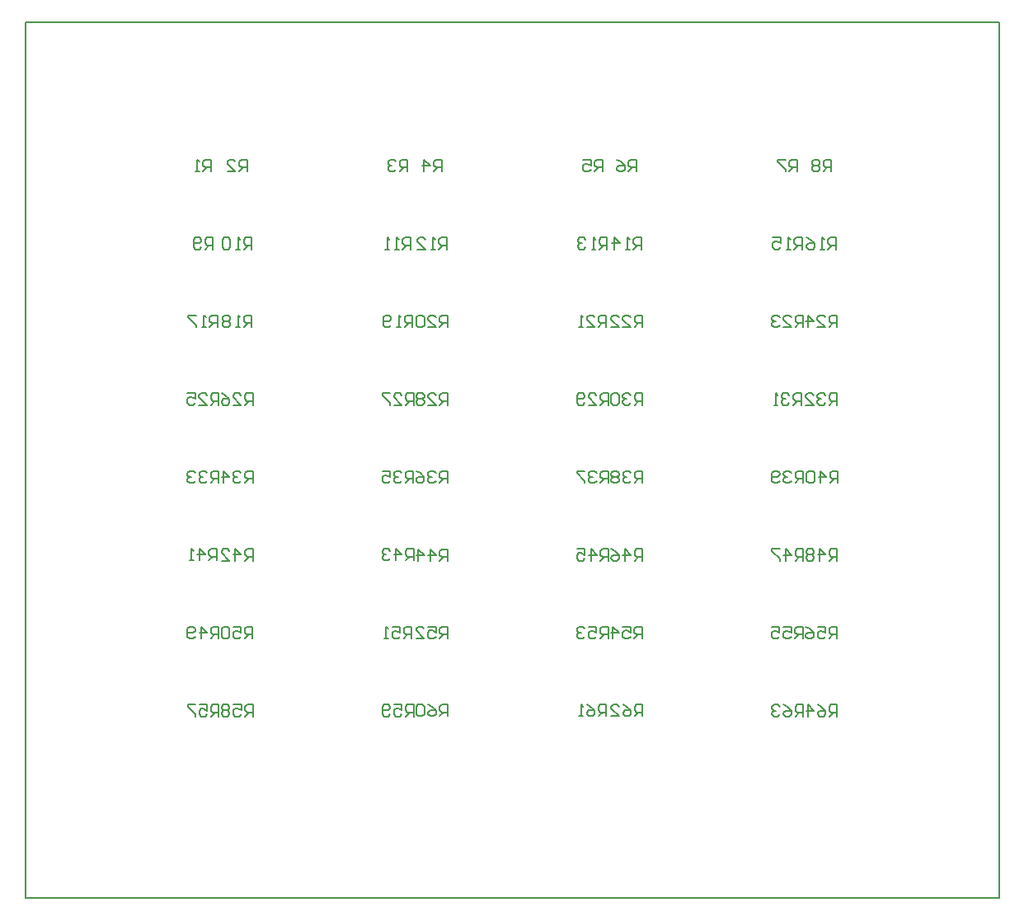
<source format=gbo>
G04 Layer_Color=32896*
%FSLAX25Y25*%
%MOIN*%
G70*
G01*
G75*
%ADD11C,0.00787*%
D11*
X328193Y-103637D02*
Y-98914D01*
X325832D01*
X325045Y-99702D01*
Y-101276D01*
X325832Y-102063D01*
X328193D01*
X326619D02*
X325045Y-103637D01*
X320322Y-98914D02*
X321896Y-99702D01*
X323471Y-101276D01*
Y-102850D01*
X322683Y-103637D01*
X321109D01*
X320322Y-102850D01*
Y-102063D01*
X321109Y-101276D01*
X323471D01*
X316386Y-103637D02*
Y-98914D01*
X318748Y-101276D01*
X315599D01*
X314414Y-103659D02*
Y-98936D01*
X312052D01*
X311265Y-99724D01*
Y-101298D01*
X312052Y-102085D01*
X314414D01*
X312840D02*
X311265Y-103659D01*
X306542Y-98936D02*
X308117Y-99724D01*
X309691Y-101298D01*
Y-102872D01*
X308904Y-103659D01*
X307330D01*
X306542Y-102872D01*
Y-102085D01*
X307330Y-101298D01*
X309691D01*
X304968Y-99724D02*
X304181Y-98936D01*
X302607D01*
X301820Y-99724D01*
Y-100511D01*
X302607Y-101298D01*
X303394D01*
X302607D01*
X301820Y-102085D01*
Y-102872D01*
X302607Y-103659D01*
X304181D01*
X304968Y-102872D01*
X249453Y-103582D02*
Y-98859D01*
X247092D01*
X246305Y-99646D01*
Y-101220D01*
X247092Y-102007D01*
X249453D01*
X247879D02*
X246305Y-103582D01*
X241582Y-98859D02*
X243156Y-99646D01*
X244730Y-101220D01*
Y-102794D01*
X243943Y-103582D01*
X242369D01*
X241582Y-102794D01*
Y-102007D01*
X242369Y-101220D01*
X244730D01*
X236859Y-103582D02*
X240007D01*
X236859Y-100433D01*
Y-99646D01*
X237646Y-98859D01*
X239220D01*
X240007Y-99646D01*
X234823Y-103576D02*
Y-98853D01*
X232461D01*
X231674Y-99641D01*
Y-101215D01*
X232461Y-102002D01*
X234823D01*
X233248D02*
X231674Y-103576D01*
X226951Y-98853D02*
X228526Y-99641D01*
X230100Y-101215D01*
Y-102789D01*
X229313Y-103576D01*
X227738D01*
X226951Y-102789D01*
Y-102002D01*
X227738Y-101215D01*
X230100D01*
X225377Y-103576D02*
X223803D01*
X224590D01*
Y-98853D01*
X225377Y-99641D01*
X170713Y-103589D02*
Y-98866D01*
X168352D01*
X167564Y-99653D01*
Y-101227D01*
X168352Y-102014D01*
X170713D01*
X169139D02*
X167564Y-103589D01*
X162842Y-98866D02*
X164416Y-99653D01*
X165990Y-101227D01*
Y-102801D01*
X165203Y-103589D01*
X163629D01*
X162842Y-102801D01*
Y-102014D01*
X163629Y-101227D01*
X165990D01*
X161267Y-99653D02*
X160480Y-98866D01*
X158906D01*
X158119Y-99653D01*
Y-102801D01*
X158906Y-103589D01*
X160480D01*
X161267Y-102801D01*
Y-99653D01*
X156934Y-103611D02*
Y-98888D01*
X154572D01*
X153785Y-99675D01*
Y-101249D01*
X154572Y-102036D01*
X156934D01*
X155359D02*
X153785Y-103611D01*
X149062Y-98888D02*
X152211D01*
Y-101249D01*
X150636Y-100462D01*
X149849D01*
X149062Y-101249D01*
Y-102823D01*
X149849Y-103611D01*
X151424D01*
X152211Y-102823D01*
X147488D02*
X146701Y-103611D01*
X145126D01*
X144339Y-102823D01*
Y-99675D01*
X145126Y-98888D01*
X146701D01*
X147488Y-99675D01*
Y-100462D01*
X146701Y-101249D01*
X144339D01*
X91973Y-103633D02*
Y-98910D01*
X89612D01*
X88824Y-99697D01*
Y-101271D01*
X89612Y-102058D01*
X91973D01*
X90399D02*
X88824Y-103633D01*
X84101Y-98910D02*
X87250D01*
Y-101271D01*
X85676Y-100484D01*
X84889D01*
X84101Y-101271D01*
Y-102846D01*
X84889Y-103633D01*
X86463D01*
X87250Y-102846D01*
X82527Y-99697D02*
X81740Y-98910D01*
X80166D01*
X79379Y-99697D01*
Y-100484D01*
X80166Y-101271D01*
X79379Y-102058D01*
Y-102846D01*
X80166Y-103633D01*
X81740D01*
X82527Y-102846D01*
Y-102058D01*
X81740Y-101271D01*
X82527Y-100484D01*
Y-99697D01*
X81740Y-101271D02*
X80166D01*
X78193Y-103655D02*
Y-98932D01*
X75832D01*
X75045Y-99719D01*
Y-101293D01*
X75832Y-102080D01*
X78193D01*
X76619D02*
X75045Y-103655D01*
X70322Y-98932D02*
X73471D01*
Y-101293D01*
X71896Y-100506D01*
X71109D01*
X70322Y-101293D01*
Y-102868D01*
X71109Y-103655D01*
X72683D01*
X73471Y-102868D01*
X68748Y-98932D02*
X65599D01*
Y-99719D01*
X68748Y-102868D01*
Y-103655D01*
X328120Y-72125D02*
Y-67402D01*
X325759D01*
X324972Y-68190D01*
Y-69764D01*
X325759Y-70551D01*
X328120D01*
X326546D02*
X324972Y-72125D01*
X320249Y-67402D02*
X323397D01*
Y-69764D01*
X321823Y-68977D01*
X321036D01*
X320249Y-69764D01*
Y-71338D01*
X321036Y-72125D01*
X322610D01*
X323397Y-71338D01*
X315526Y-67402D02*
X317100Y-68190D01*
X318674Y-69764D01*
Y-71338D01*
X317887Y-72125D01*
X316313D01*
X315526Y-71338D01*
Y-70551D01*
X316313Y-69764D01*
X318674D01*
X314341Y-72148D02*
Y-67425D01*
X311979D01*
X311192Y-68212D01*
Y-69786D01*
X311979Y-70573D01*
X314341D01*
X312766D02*
X311192Y-72148D01*
X306469Y-67425D02*
X309618D01*
Y-69786D01*
X308044Y-68999D01*
X307256D01*
X306469Y-69786D01*
Y-71360D01*
X307256Y-72148D01*
X308831D01*
X309618Y-71360D01*
X301746Y-67425D02*
X304895D01*
Y-69786D01*
X303321Y-68999D01*
X302534D01*
X301746Y-69786D01*
Y-71360D01*
X302534Y-72148D01*
X304108D01*
X304895Y-71360D01*
X249380Y-72070D02*
Y-67347D01*
X247019D01*
X246232Y-68134D01*
Y-69708D01*
X247019Y-70495D01*
X249380D01*
X247806D02*
X246232Y-72070D01*
X241509Y-67347D02*
X244657D01*
Y-69708D01*
X243083Y-68921D01*
X242296D01*
X241509Y-69708D01*
Y-71282D01*
X242296Y-72070D01*
X243870D01*
X244657Y-71282D01*
X237573Y-72070D02*
Y-67347D01*
X239934Y-69708D01*
X236786D01*
X235600Y-72092D02*
Y-67369D01*
X233239D01*
X232452Y-68156D01*
Y-69730D01*
X233239Y-70517D01*
X235600D01*
X234026D02*
X232452Y-72092D01*
X227729Y-67369D02*
X230878D01*
Y-69730D01*
X229303Y-68943D01*
X228516D01*
X227729Y-69730D01*
Y-71304D01*
X228516Y-72092D01*
X230090D01*
X230878Y-71304D01*
X226155Y-68156D02*
X225368Y-67369D01*
X223793D01*
X223006Y-68156D01*
Y-68943D01*
X223793Y-69730D01*
X224581D01*
X223793D01*
X223006Y-70517D01*
Y-71304D01*
X223793Y-72092D01*
X225368D01*
X226155Y-71304D01*
X170640Y-72077D02*
Y-67354D01*
X168278D01*
X167491Y-68141D01*
Y-69715D01*
X168278Y-70502D01*
X170640D01*
X169066D02*
X167491Y-72077D01*
X162768Y-67354D02*
X165917D01*
Y-69715D01*
X164343Y-68928D01*
X163556D01*
X162768Y-69715D01*
Y-71289D01*
X163556Y-72077D01*
X165130D01*
X165917Y-71289D01*
X158045Y-72077D02*
X161194D01*
X158045Y-68928D01*
Y-68141D01*
X158833Y-67354D01*
X160407D01*
X161194Y-68141D01*
X156116Y-72156D02*
Y-67433D01*
X153755D01*
X152968Y-68220D01*
Y-69794D01*
X153755Y-70582D01*
X156116D01*
X154542D02*
X152968Y-72156D01*
X148245Y-67433D02*
X151394D01*
Y-69794D01*
X149819Y-69007D01*
X149032D01*
X148245Y-69794D01*
Y-71369D01*
X149032Y-72156D01*
X150607D01*
X151394Y-71369D01*
X146671Y-72156D02*
X145097D01*
X145884D01*
Y-67433D01*
X146671Y-68220D01*
X91900Y-72121D02*
Y-67398D01*
X89538D01*
X88751Y-68185D01*
Y-69759D01*
X89538Y-70547D01*
X91900D01*
X90325D02*
X88751Y-72121D01*
X84028Y-67398D02*
X87177D01*
Y-69759D01*
X85603Y-68972D01*
X84815D01*
X84028Y-69759D01*
Y-71334D01*
X84815Y-72121D01*
X86390D01*
X87177Y-71334D01*
X82454Y-68185D02*
X81667Y-67398D01*
X80093D01*
X79305Y-68185D01*
Y-71334D01*
X80093Y-72121D01*
X81667D01*
X82454Y-71334D01*
Y-68185D01*
X78120Y-72143D02*
Y-67420D01*
X75759D01*
X74972Y-68207D01*
Y-69781D01*
X75759Y-70569D01*
X78120D01*
X76546D02*
X74972Y-72143D01*
X71036D02*
Y-67420D01*
X73397Y-69781D01*
X70249D01*
X68674Y-71356D02*
X67887Y-72143D01*
X66313D01*
X65526Y-71356D01*
Y-68207D01*
X66313Y-67420D01*
X67887D01*
X68674Y-68207D01*
Y-68994D01*
X67887Y-69781D01*
X65526D01*
X328182Y-40613D02*
Y-35890D01*
X325821D01*
X325034Y-36677D01*
Y-38251D01*
X325821Y-39038D01*
X328182D01*
X326608D02*
X325034Y-40613D01*
X321098D02*
Y-35890D01*
X323460Y-38251D01*
X320311D01*
X318737Y-36677D02*
X317950Y-35890D01*
X316375D01*
X315588Y-36677D01*
Y-37464D01*
X316375Y-38251D01*
X315588Y-39038D01*
Y-39826D01*
X316375Y-40613D01*
X317950D01*
X318737Y-39826D01*
Y-39038D01*
X317950Y-38251D01*
X318737Y-37464D01*
Y-36677D01*
X317950Y-38251D02*
X316375D01*
X314403Y-40635D02*
Y-35912D01*
X312041D01*
X311254Y-36699D01*
Y-38273D01*
X312041Y-39061D01*
X314403D01*
X312829D02*
X311254Y-40635D01*
X307319D02*
Y-35912D01*
X309680Y-38273D01*
X306531D01*
X304957Y-35912D02*
X301809D01*
Y-36699D01*
X304957Y-39848D01*
Y-40635D01*
X249442Y-40657D02*
Y-35934D01*
X247081D01*
X246294Y-36721D01*
Y-38295D01*
X247081Y-39083D01*
X249442D01*
X247868D02*
X246294Y-40657D01*
X242358D02*
Y-35934D01*
X244719Y-38295D01*
X241571D01*
X236848Y-35934D02*
X238422Y-36721D01*
X239997Y-38295D01*
Y-39870D01*
X239209Y-40657D01*
X237635D01*
X236848Y-39870D01*
Y-39083D01*
X237635Y-38295D01*
X239997D01*
X235663Y-40642D02*
Y-35919D01*
X233301D01*
X232514Y-36706D01*
Y-38280D01*
X233301Y-39068D01*
X235663D01*
X234088D02*
X232514Y-40642D01*
X228578D02*
Y-35919D01*
X230940Y-38280D01*
X227791D01*
X223068Y-35919D02*
X226217D01*
Y-38280D01*
X224643Y-37493D01*
X223855D01*
X223068Y-38280D01*
Y-39855D01*
X223855Y-40642D01*
X225430D01*
X226217Y-39855D01*
X170702Y-40664D02*
Y-35941D01*
X168341D01*
X167553Y-36728D01*
Y-38302D01*
X168341Y-39090D01*
X170702D01*
X169128D02*
X167553Y-40664D01*
X163618D02*
Y-35941D01*
X165979Y-38302D01*
X162831D01*
X158895Y-40664D02*
Y-35941D01*
X161256Y-38302D01*
X158108D01*
X156923Y-40586D02*
Y-35863D01*
X154561D01*
X153774Y-36650D01*
Y-38225D01*
X154561Y-39012D01*
X156923D01*
X155348D02*
X153774Y-40586D01*
X149838D02*
Y-35863D01*
X152200Y-38225D01*
X149051D01*
X147477Y-36650D02*
X146690Y-35863D01*
X145115D01*
X144328Y-36650D01*
Y-37437D01*
X145115Y-38225D01*
X145903D01*
X145115D01*
X144328Y-39012D01*
Y-39799D01*
X145115Y-40586D01*
X146690D01*
X147477Y-39799D01*
X91962Y-40608D02*
Y-35885D01*
X89600D01*
X88813Y-36672D01*
Y-38247D01*
X89600Y-39034D01*
X91962D01*
X90388D02*
X88813Y-40608D01*
X84878D02*
Y-35885D01*
X87239Y-38247D01*
X84091D01*
X79368Y-40608D02*
X82516D01*
X79368Y-37459D01*
Y-36672D01*
X80155Y-35885D01*
X81729D01*
X82516Y-36672D01*
X77375Y-40593D02*
Y-35870D01*
X75013D01*
X74226Y-36657D01*
Y-38232D01*
X75013Y-39019D01*
X77375D01*
X75801D02*
X74226Y-40593D01*
X70290D02*
Y-35870D01*
X72652Y-38232D01*
X69503D01*
X67929Y-40593D02*
X66355D01*
X67142D01*
Y-35870D01*
X67929Y-36657D01*
X328483Y-9163D02*
Y-4440D01*
X326122D01*
X325335Y-5227D01*
Y-6802D01*
X326122Y-7589D01*
X328483D01*
X326909D02*
X325335Y-9163D01*
X321399D02*
Y-4440D01*
X323760Y-6802D01*
X320612D01*
X319037Y-5227D02*
X318250Y-4440D01*
X316676D01*
X315889Y-5227D01*
Y-8376D01*
X316676Y-9163D01*
X318250D01*
X319037Y-8376D01*
Y-5227D01*
X314408Y-9085D02*
Y-4362D01*
X312047D01*
X311260Y-5149D01*
Y-6724D01*
X312047Y-7511D01*
X314408D01*
X312834D02*
X311260Y-9085D01*
X309685Y-5149D02*
X308898Y-4362D01*
X307324D01*
X306537Y-5149D01*
Y-5937D01*
X307324Y-6724D01*
X308111D01*
X307324D01*
X306537Y-7511D01*
Y-8298D01*
X307324Y-9085D01*
X308898D01*
X309685Y-8298D01*
X304963D02*
X304175Y-9085D01*
X302601D01*
X301814Y-8298D01*
Y-5149D01*
X302601Y-4362D01*
X304175D01*
X304963Y-5149D01*
Y-5937D01*
X304175Y-6724D01*
X301814D01*
X249448Y-9107D02*
Y-4384D01*
X247086D01*
X246299Y-5171D01*
Y-6746D01*
X247086Y-7533D01*
X249448D01*
X247873D02*
X246299Y-9107D01*
X244725Y-5171D02*
X243938Y-4384D01*
X242364D01*
X241576Y-5171D01*
Y-5959D01*
X242364Y-6746D01*
X243151D01*
X242364D01*
X241576Y-7533D01*
Y-8320D01*
X242364Y-9107D01*
X243938D01*
X244725Y-8320D01*
X240002Y-5171D02*
X239215Y-4384D01*
X237641D01*
X236853Y-5171D01*
Y-5959D01*
X237641Y-6746D01*
X236853Y-7533D01*
Y-8320D01*
X237641Y-9107D01*
X239215D01*
X240002Y-8320D01*
Y-7533D01*
X239215Y-6746D01*
X240002Y-5959D01*
Y-5171D01*
X239215Y-6746D02*
X237641D01*
X235643Y-9135D02*
Y-4413D01*
X233282D01*
X232495Y-5200D01*
Y-6774D01*
X233282Y-7561D01*
X235643D01*
X234069D02*
X232495Y-9135D01*
X230920Y-5200D02*
X230133Y-4413D01*
X228559D01*
X227772Y-5200D01*
Y-5987D01*
X228559Y-6774D01*
X229346D01*
X228559D01*
X227772Y-7561D01*
Y-8348D01*
X228559Y-9135D01*
X230133D01*
X230920Y-8348D01*
X226198Y-4413D02*
X223049D01*
Y-5200D01*
X226198Y-8348D01*
Y-9135D01*
X170659Y-9167D02*
Y-4444D01*
X168298D01*
X167510Y-5231D01*
Y-6805D01*
X168298Y-7593D01*
X170659D01*
X169085D02*
X167510Y-9167D01*
X165936Y-5231D02*
X165149Y-4444D01*
X163575D01*
X162788Y-5231D01*
Y-6018D01*
X163575Y-6805D01*
X164362D01*
X163575D01*
X162788Y-7593D01*
Y-8380D01*
X163575Y-9167D01*
X165149D01*
X165936Y-8380D01*
X158065Y-4444D02*
X159639Y-5231D01*
X161213Y-6805D01*
Y-8380D01*
X160426Y-9167D01*
X158852D01*
X158065Y-8380D01*
Y-7593D01*
X158852Y-6805D01*
X161213D01*
X156875Y-9114D02*
Y-4391D01*
X154513D01*
X153726Y-5178D01*
Y-6753D01*
X154513Y-7540D01*
X156875D01*
X155300D02*
X153726Y-9114D01*
X152152Y-5178D02*
X151365Y-4391D01*
X149791D01*
X149003Y-5178D01*
Y-5966D01*
X149791Y-6753D01*
X150578D01*
X149791D01*
X149003Y-7540D01*
Y-8327D01*
X149791Y-9114D01*
X151365D01*
X152152Y-8327D01*
X144280Y-4391D02*
X147429D01*
Y-6753D01*
X145855Y-5966D01*
X145068D01*
X144280Y-6753D01*
Y-8327D01*
X145068Y-9114D01*
X146642D01*
X147429Y-8327D01*
X91959Y-9167D02*
Y-4444D01*
X89598D01*
X88810Y-5231D01*
Y-6805D01*
X89598Y-7593D01*
X91959D01*
X90385D02*
X88810Y-9167D01*
X87236Y-5231D02*
X86449Y-4444D01*
X84875D01*
X84088Y-5231D01*
Y-6018D01*
X84875Y-6805D01*
X85662D01*
X84875D01*
X84088Y-7593D01*
Y-8380D01*
X84875Y-9167D01*
X86449D01*
X87236Y-8380D01*
X80152Y-9167D02*
Y-4444D01*
X82513Y-6805D01*
X79365D01*
X78143Y-9146D02*
Y-4423D01*
X75782D01*
X74995Y-5210D01*
Y-6784D01*
X75782Y-7571D01*
X78143D01*
X76569D02*
X74995Y-9146D01*
X73420Y-5210D02*
X72633Y-4423D01*
X71059D01*
X70272Y-5210D01*
Y-5997D01*
X71059Y-6784D01*
X71846D01*
X71059D01*
X70272Y-7571D01*
Y-8359D01*
X71059Y-9146D01*
X72633D01*
X73420Y-8359D01*
X68698Y-5210D02*
X67910Y-4423D01*
X66336D01*
X65549Y-5210D01*
Y-5997D01*
X66336Y-6784D01*
X67123D01*
X66336D01*
X65549Y-7571D01*
Y-8359D01*
X66336Y-9146D01*
X67910D01*
X68698Y-8359D01*
X328112Y22394D02*
Y27117D01*
X325750D01*
X324963Y26329D01*
Y24755D01*
X325750Y23968D01*
X328112D01*
X326537D02*
X324963Y22394D01*
X323389Y26329D02*
X322602Y27117D01*
X321027D01*
X320240Y26329D01*
Y25542D01*
X321027Y24755D01*
X321815D01*
X321027D01*
X320240Y23968D01*
Y23181D01*
X321027Y22394D01*
X322602D01*
X323389Y23181D01*
X315517Y22394D02*
X318666D01*
X315517Y25542D01*
Y26329D01*
X316305Y27117D01*
X317879D01*
X318666Y26329D01*
X313612Y22394D02*
Y27117D01*
X311250D01*
X310463Y26329D01*
Y24755D01*
X311250Y23968D01*
X313612D01*
X312037D02*
X310463Y22394D01*
X308889Y26329D02*
X308102Y27117D01*
X306527D01*
X305740Y26329D01*
Y25542D01*
X306527Y24755D01*
X307315D01*
X306527D01*
X305740Y23968D01*
Y23181D01*
X306527Y22394D01*
X308102D01*
X308889Y23181D01*
X304166Y22394D02*
X302592D01*
X303379D01*
Y27117D01*
X304166Y26329D01*
X249412Y22394D02*
Y27117D01*
X247050D01*
X246263Y26329D01*
Y24755D01*
X247050Y23968D01*
X249412D01*
X247837D02*
X246263Y22394D01*
X244689Y26329D02*
X243902Y27117D01*
X242327D01*
X241540Y26329D01*
Y25542D01*
X242327Y24755D01*
X243115D01*
X242327D01*
X241540Y23968D01*
Y23181D01*
X242327Y22394D01*
X243902D01*
X244689Y23181D01*
X239966Y26329D02*
X239179Y27117D01*
X237605D01*
X236818Y26329D01*
Y23181D01*
X237605Y22394D01*
X239179D01*
X239966Y23181D01*
Y26329D01*
X235612Y22394D02*
Y27117D01*
X233250D01*
X232463Y26329D01*
Y24755D01*
X233250Y23968D01*
X235612D01*
X234037D02*
X232463Y22394D01*
X227740D02*
X230889D01*
X227740Y25542D01*
Y26329D01*
X228527Y27117D01*
X230102D01*
X230889Y26329D01*
X226166Y23181D02*
X225379Y22394D01*
X223805D01*
X223018Y23181D01*
Y26329D01*
X223805Y27117D01*
X225379D01*
X226166Y26329D01*
Y25542D01*
X225379Y24755D01*
X223018D01*
X170712Y22394D02*
Y27117D01*
X168350D01*
X167563Y26329D01*
Y24755D01*
X168350Y23968D01*
X170712D01*
X169138D02*
X167563Y22394D01*
X162840D02*
X165989D01*
X162840Y25542D01*
Y26329D01*
X163628Y27117D01*
X165202D01*
X165989Y26329D01*
X161266D02*
X160479Y27117D01*
X158905D01*
X158117Y26329D01*
Y25542D01*
X158905Y24755D01*
X158117Y23968D01*
Y23181D01*
X158905Y22394D01*
X160479D01*
X161266Y23181D01*
Y23968D01*
X160479Y24755D01*
X161266Y25542D01*
Y26329D01*
X160479Y24755D02*
X158905D01*
X156912Y22394D02*
Y27117D01*
X154550D01*
X153763Y26329D01*
Y24755D01*
X154550Y23968D01*
X156912D01*
X155338D02*
X153763Y22394D01*
X149040D02*
X152189D01*
X149040Y25542D01*
Y26329D01*
X149828Y27117D01*
X151402D01*
X152189Y26329D01*
X147466Y27117D02*
X144317D01*
Y26329D01*
X147466Y23181D01*
Y22394D01*
X91912D02*
Y27117D01*
X89550D01*
X88763Y26329D01*
Y24755D01*
X89550Y23968D01*
X91912D01*
X90338D02*
X88763Y22394D01*
X84040D02*
X87189D01*
X84040Y25542D01*
Y26329D01*
X84828Y27117D01*
X86402D01*
X87189Y26329D01*
X79317Y27117D02*
X80892Y26329D01*
X82466Y24755D01*
Y23181D01*
X81679Y22394D01*
X80105D01*
X79317Y23181D01*
Y23968D01*
X80105Y24755D01*
X82466D01*
X78112Y22394D02*
Y27117D01*
X75750D01*
X74963Y26329D01*
Y24755D01*
X75750Y23968D01*
X78112D01*
X76538D02*
X74963Y22394D01*
X70240D02*
X73389D01*
X70240Y25542D01*
Y26329D01*
X71027Y27117D01*
X72602D01*
X73389Y26329D01*
X65517Y27117D02*
X68666D01*
Y24755D01*
X67092Y25542D01*
X66305D01*
X65517Y24755D01*
Y23181D01*
X66305Y22394D01*
X67879D01*
X68666Y23181D01*
X328112Y53888D02*
Y58611D01*
X325750D01*
X324963Y57824D01*
Y56250D01*
X325750Y55462D01*
X328112D01*
X326537D02*
X324963Y53888D01*
X320240D02*
X323389D01*
X320240Y57037D01*
Y57824D01*
X321027Y58611D01*
X322602D01*
X323389Y57824D01*
X316305Y53888D02*
Y58611D01*
X318666Y56250D01*
X315517D01*
X314412Y53888D02*
Y58611D01*
X312050D01*
X311263Y57824D01*
Y56250D01*
X312050Y55462D01*
X314412D01*
X312838D02*
X311263Y53888D01*
X306540D02*
X309689D01*
X306540Y57037D01*
Y57824D01*
X307328Y58611D01*
X308902D01*
X309689Y57824D01*
X304966D02*
X304179Y58611D01*
X302605D01*
X301817Y57824D01*
Y57037D01*
X302605Y56250D01*
X303392D01*
X302605D01*
X301817Y55462D01*
Y54675D01*
X302605Y53888D01*
X304179D01*
X304966Y54675D01*
X249412Y53888D02*
Y58611D01*
X247050D01*
X246263Y57824D01*
Y56250D01*
X247050Y55462D01*
X249412D01*
X247837D02*
X246263Y53888D01*
X241540D02*
X244689D01*
X241540Y57037D01*
Y57824D01*
X242327Y58611D01*
X243902D01*
X244689Y57824D01*
X236818Y53888D02*
X239966D01*
X236818Y57037D01*
Y57824D01*
X237605Y58611D01*
X239179D01*
X239966Y57824D01*
X234812Y53888D02*
Y58611D01*
X232450D01*
X231663Y57824D01*
Y56250D01*
X232450Y55462D01*
X234812D01*
X233238D02*
X231663Y53888D01*
X226940D02*
X230089D01*
X226940Y57037D01*
Y57824D01*
X227728Y58611D01*
X229302D01*
X230089Y57824D01*
X225366Y53888D02*
X223792D01*
X224579D01*
Y58611D01*
X225366Y57824D01*
X170712Y53888D02*
Y58611D01*
X168350D01*
X167563Y57824D01*
Y56250D01*
X168350Y55462D01*
X170712D01*
X169138D02*
X167563Y53888D01*
X162840D02*
X165989D01*
X162840Y57037D01*
Y57824D01*
X163628Y58611D01*
X165202D01*
X165989Y57824D01*
X161266D02*
X160479Y58611D01*
X158905D01*
X158117Y57824D01*
Y54675D01*
X158905Y53888D01*
X160479D01*
X161266Y54675D01*
Y57824D01*
X156512Y53888D02*
Y58611D01*
X154150D01*
X153363Y57824D01*
Y56250D01*
X154150Y55462D01*
X156512D01*
X154938D02*
X153363Y53888D01*
X151789D02*
X150215D01*
X151002D01*
Y58611D01*
X151789Y57824D01*
X147853Y54675D02*
X147066Y53888D01*
X145492D01*
X144705Y54675D01*
Y57824D01*
X145492Y58611D01*
X147066D01*
X147853Y57824D01*
Y57037D01*
X147066Y56250D01*
X144705D01*
X91512Y53888D02*
Y58611D01*
X89150D01*
X88363Y57824D01*
Y56250D01*
X89150Y55462D01*
X91512D01*
X89938D02*
X88363Y53888D01*
X86789D02*
X85215D01*
X86002D01*
Y58611D01*
X86789Y57824D01*
X82853D02*
X82066Y58611D01*
X80492D01*
X79705Y57824D01*
Y57037D01*
X80492Y56250D01*
X79705Y55462D01*
Y54675D01*
X80492Y53888D01*
X82066D01*
X82853Y54675D01*
Y55462D01*
X82066Y56250D01*
X82853Y57037D01*
Y57824D01*
X82066Y56250D02*
X80492D01*
X77712Y53888D02*
Y58611D01*
X75350D01*
X74563Y57824D01*
Y56250D01*
X75350Y55462D01*
X77712D01*
X76138D02*
X74563Y53888D01*
X72989D02*
X71415D01*
X72202D01*
Y58611D01*
X72989Y57824D01*
X69053Y58611D02*
X65905D01*
Y57824D01*
X69053Y54675D01*
Y53888D01*
X327712Y85383D02*
Y90106D01*
X325350D01*
X324563Y89318D01*
Y87744D01*
X325350Y86957D01*
X327712D01*
X326137D02*
X324563Y85383D01*
X322989D02*
X321415D01*
X322202D01*
Y90106D01*
X322989Y89318D01*
X315905Y90106D02*
X317479Y89318D01*
X319053Y87744D01*
Y86170D01*
X318266Y85383D01*
X316692D01*
X315905Y86170D01*
Y86957D01*
X316692Y87744D01*
X319053D01*
X314012Y85383D02*
Y90106D01*
X311650D01*
X310863Y89318D01*
Y87744D01*
X311650Y86957D01*
X314012D01*
X312438D02*
X310863Y85383D01*
X309289D02*
X307715D01*
X308502D01*
Y90106D01*
X309289Y89318D01*
X302205Y90106D02*
X305353D01*
Y87744D01*
X303779Y88531D01*
X302992D01*
X302205Y87744D01*
Y86170D01*
X302992Y85383D01*
X304566D01*
X305353Y86170D01*
X249012Y85383D02*
Y90106D01*
X246650D01*
X245863Y89318D01*
Y87744D01*
X246650Y86957D01*
X249012D01*
X247438D02*
X245863Y85383D01*
X244289D02*
X242715D01*
X243502D01*
Y90106D01*
X244289Y89318D01*
X237992Y85383D02*
Y90106D01*
X240353Y87744D01*
X237205D01*
X235212Y85383D02*
Y90106D01*
X232850D01*
X232063Y89318D01*
Y87744D01*
X232850Y86957D01*
X235212D01*
X233637D02*
X232063Y85383D01*
X230489D02*
X228915D01*
X229702D01*
Y90106D01*
X230489Y89318D01*
X226553D02*
X225766Y90106D01*
X224192D01*
X223405Y89318D01*
Y88531D01*
X224192Y87744D01*
X224979D01*
X224192D01*
X223405Y86957D01*
Y86170D01*
X224192Y85383D01*
X225766D01*
X226553Y86170D01*
X170312Y85383D02*
Y90106D01*
X167950D01*
X167163Y89318D01*
Y87744D01*
X167950Y86957D01*
X170312D01*
X168737D02*
X167163Y85383D01*
X165589D02*
X164015D01*
X164802D01*
Y90106D01*
X165589Y89318D01*
X158505Y85383D02*
X161653D01*
X158505Y88531D01*
Y89318D01*
X159292Y90106D01*
X160866D01*
X161653Y89318D01*
X155712Y85383D02*
Y90106D01*
X153350D01*
X152563Y89318D01*
Y87744D01*
X153350Y86957D01*
X155712D01*
X154138D02*
X152563Y85383D01*
X150989D02*
X149415D01*
X150202D01*
Y90106D01*
X150989Y89318D01*
X147053Y85383D02*
X145479D01*
X146266D01*
Y90106D01*
X147053Y89318D01*
X91512Y85383D02*
Y90106D01*
X89150D01*
X88363Y89318D01*
Y87744D01*
X89150Y86957D01*
X91512D01*
X89938D02*
X88363Y85383D01*
X86789D02*
X85215D01*
X86002D01*
Y90106D01*
X86789Y89318D01*
X82853D02*
X82066Y90106D01*
X80492D01*
X79705Y89318D01*
Y86170D01*
X80492Y85383D01*
X82066D01*
X82853Y86170D01*
Y89318D01*
X75812Y85383D02*
Y90106D01*
X73450D01*
X72663Y89318D01*
Y87744D01*
X73450Y86957D01*
X75812D01*
X74238D02*
X72663Y85383D01*
X71089Y86170D02*
X70302Y85383D01*
X68727D01*
X67940Y86170D01*
Y89318D01*
X68727Y90106D01*
X70302D01*
X71089Y89318D01*
Y88531D01*
X70302Y87744D01*
X67940D01*
X325812Y116877D02*
Y121600D01*
X323450D01*
X322663Y120813D01*
Y119239D01*
X323450Y118451D01*
X325812D01*
X324237D02*
X322663Y116877D01*
X321089Y120813D02*
X320302Y121600D01*
X318727D01*
X317940Y120813D01*
Y120026D01*
X318727Y119239D01*
X317940Y118451D01*
Y117664D01*
X318727Y116877D01*
X320302D01*
X321089Y117664D01*
Y118451D01*
X320302Y119239D01*
X321089Y120026D01*
Y120813D01*
X320302Y119239D02*
X318727D01*
X312012Y116877D02*
Y121600D01*
X309650D01*
X308863Y120813D01*
Y119239D01*
X309650Y118451D01*
X312012D01*
X310437D02*
X308863Y116877D01*
X307289Y121600D02*
X304140D01*
Y120813D01*
X307289Y117664D01*
Y116877D01*
X247012D02*
Y121600D01*
X244650D01*
X243863Y120813D01*
Y119239D01*
X244650Y118451D01*
X247012D01*
X245438D02*
X243863Y116877D01*
X239140Y121600D02*
X240715Y120813D01*
X242289Y119239D01*
Y117664D01*
X241502Y116877D01*
X239928D01*
X239140Y117664D01*
Y118451D01*
X239928Y119239D01*
X242289D01*
X233312Y116877D02*
Y121600D01*
X230950D01*
X230163Y120813D01*
Y119239D01*
X230950Y118451D01*
X233312D01*
X231737D02*
X230163Y116877D01*
X225440Y121600D02*
X228589D01*
Y119239D01*
X227015Y120026D01*
X226227D01*
X225440Y119239D01*
Y117664D01*
X226227Y116877D01*
X227802D01*
X228589Y117664D01*
X168312Y116877D02*
Y121600D01*
X165950D01*
X165163Y120813D01*
Y119239D01*
X165950Y118451D01*
X168312D01*
X166737D02*
X165163Y116877D01*
X161228D02*
Y121600D01*
X163589Y119239D01*
X160440D01*
X154512Y116877D02*
Y121600D01*
X152150D01*
X151363Y120813D01*
Y119239D01*
X152150Y118451D01*
X154512D01*
X152937D02*
X151363Y116877D01*
X149789Y120813D02*
X149002Y121600D01*
X147427D01*
X146640Y120813D01*
Y120026D01*
X147427Y119239D01*
X148215D01*
X147427D01*
X146640Y118451D01*
Y117664D01*
X147427Y116877D01*
X149002D01*
X149789Y117664D01*
X89612Y116877D02*
Y121600D01*
X87250D01*
X86463Y120813D01*
Y119239D01*
X87250Y118451D01*
X89612D01*
X88038D02*
X86463Y116877D01*
X81740D02*
X84889D01*
X81740Y120026D01*
Y120813D01*
X82528Y121600D01*
X84102D01*
X84889Y120813D01*
X75012Y116877D02*
Y121600D01*
X72650D01*
X71863Y120813D01*
Y119239D01*
X72650Y118451D01*
X75012D01*
X73438D02*
X71863Y116877D01*
X70289D02*
X68715D01*
X69502D01*
Y121600D01*
X70289Y120813D01*
X0Y-177165D02*
X393701D01*
X0D02*
Y177165D01*
X393701Y-177165D02*
Y177165D01*
X0D02*
X393701D01*
M02*

</source>
